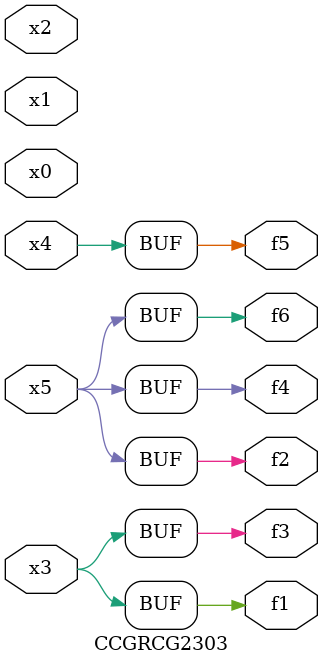
<source format=v>
module CCGRCG2303(
	input x0, x1, x2, x3, x4, x5,
	output f1, f2, f3, f4, f5, f6
);
	assign f1 = x3;
	assign f2 = x5;
	assign f3 = x3;
	assign f4 = x5;
	assign f5 = x4;
	assign f6 = x5;
endmodule

</source>
